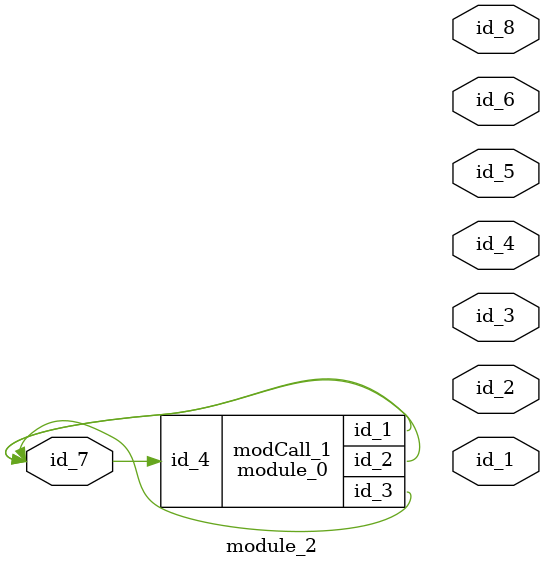
<source format=v>
module module_0 (
    id_1,
    id_2,
    id_3,
    id_4
);
  input wire id_4;
  inout wire id_3;
  inout wire id_2;
  inout wire id_1;
  assign id_2 = id_3;
endmodule
module module_1 ();
  assign id_1 = id_1;
  module_0 modCall_1 (
      id_1,
      id_1,
      id_1,
      id_1
  );
endmodule
module module_2 (
    id_1,
    id_2,
    id_3,
    id_4,
    id_5,
    id_6,
    id_7,
    id_8
);
  output wire id_8;
  inout wire id_7;
  output wire id_6;
  output wire id_5;
  output wire id_4;
  output wire id_3;
  output wire id_2;
  output wire id_1;
  module_0 modCall_1 (
      id_7,
      id_7,
      id_7,
      id_7
  );
endmodule

</source>
